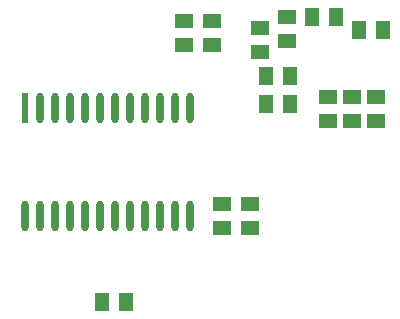
<source format=gbp>
G04*
G04 #@! TF.GenerationSoftware,Altium Limited,Altium Designer,22.2.1 (43)*
G04*
G04 Layer_Color=128*
%FSLAX25Y25*%
%MOIN*%
G70*
G04*
G04 #@! TF.SameCoordinates,3A658960-9040-4E96-AE8A-DEED508C0D5D*
G04*
G04*
G04 #@! TF.FilePolarity,Positive*
G04*
G01*
G75*
%ADD20R,0.06300X0.05000*%
%ADD23R,0.05000X0.06300*%
%ADD73R,0.02389X0.10228*%
G04:AMPARAMS|DCode=74|XSize=102.28mil|YSize=23.89mil|CornerRadius=11.95mil|HoleSize=0mil|Usage=FLASHONLY|Rotation=270.000|XOffset=0mil|YOffset=0mil|HoleType=Round|Shape=RoundedRectangle|*
%AMROUNDEDRECTD74*
21,1,0.10228,0.00000,0,0,270.0*
21,1,0.07839,0.02389,0,0,270.0*
1,1,0.02389,0.00000,-0.03919*
1,1,0.02389,0.00000,0.03919*
1,1,0.02389,0.00000,0.03919*
1,1,0.02389,0.00000,-0.03919*
%
%ADD74ROUNDEDRECTD74*%
D20*
X311811Y178347D02*
D03*
Y170346D02*
D03*
X321260Y170410D02*
D03*
Y178410D02*
D03*
X346457Y179590D02*
D03*
Y171590D02*
D03*
X337402Y168047D02*
D03*
Y176047D02*
D03*
X359842Y144882D02*
D03*
Y152882D02*
D03*
X368110Y144819D02*
D03*
Y152819D02*
D03*
X375984Y144819D02*
D03*
Y152819D02*
D03*
X333858Y117386D02*
D03*
Y109386D02*
D03*
X324803Y117386D02*
D03*
Y109386D02*
D03*
D23*
X354661Y179528D02*
D03*
X362661D02*
D03*
X378410Y175197D02*
D03*
X370409D02*
D03*
X339307Y159843D02*
D03*
X347307D02*
D03*
X339307Y150787D02*
D03*
X347307D02*
D03*
X284583Y84646D02*
D03*
X292583D02*
D03*
D73*
X258937Y149433D02*
D03*
D74*
X263937D02*
D03*
X268937D02*
D03*
X273937D02*
D03*
X278937D02*
D03*
X283937D02*
D03*
X288937D02*
D03*
X293937D02*
D03*
X298937D02*
D03*
X303937D02*
D03*
X308937D02*
D03*
X313937D02*
D03*
Y113386D02*
D03*
X308937D02*
D03*
X303937D02*
D03*
X298937D02*
D03*
X293937D02*
D03*
X288937D02*
D03*
X283937D02*
D03*
X278937D02*
D03*
X273937D02*
D03*
X268937D02*
D03*
X263937D02*
D03*
X258937D02*
D03*
M02*

</source>
